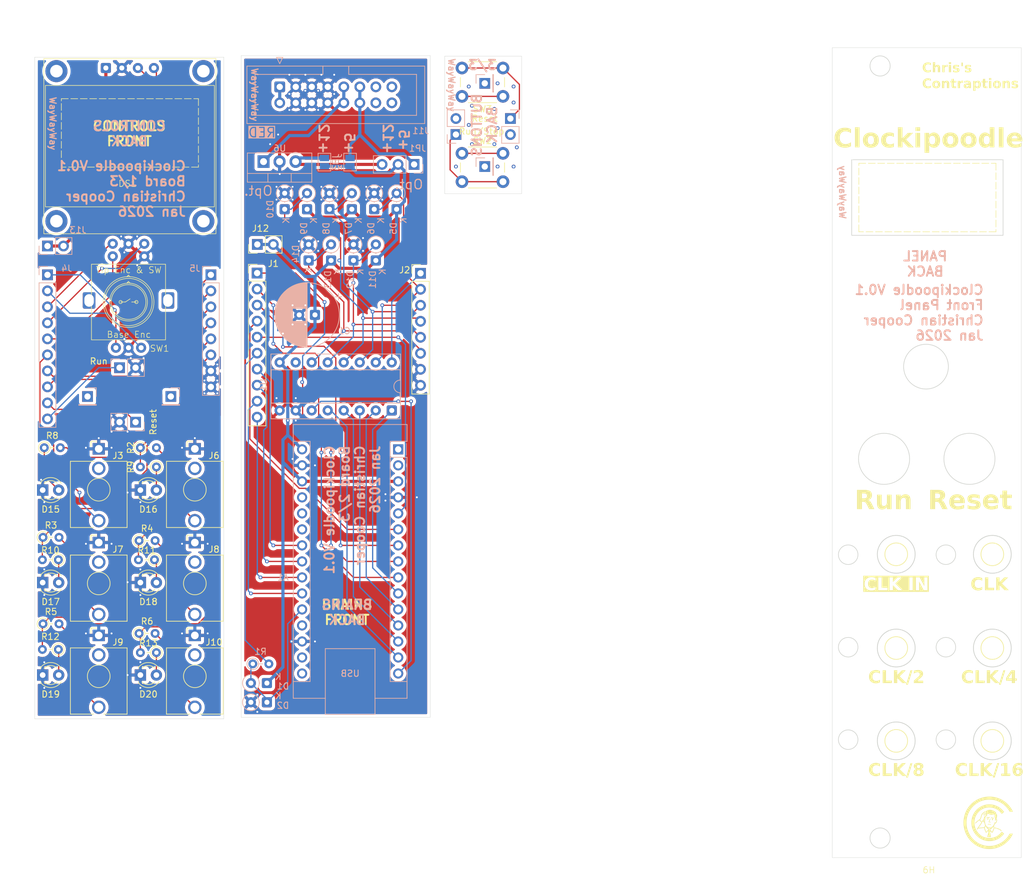
<source format=kicad_pcb>
(kicad_pcb (version 20241229) (generator "pcbnew") (generator_version "9.0")
  (layers (0 "F.Cu" signal) (2 "B.Cu" signal) (13 "F.Paste" user) (15 "B.Paste" user) (5 "F.SilkS" user "F.Silkscreen") (7 "B.SilkS" user "B.Silkscreen") (1 "F.Mask" user) (3 "B.Mask" user) (25 "Edge.Cuts" user))
  (net 0 "")
  (net 1 "+5V")
  (net 2 "Net-(A1-D8)")
  (net 3 "GND")
  (net 7 "Net-(A1-D9)")
  (net 8 "SCL")
  (net 9 "Net-(A1-D11)")
  (net 10 "Net-(A1-D12)")
  (net 11 "Button")
  (net 12 "Net-(A1-D10)")
  (net 14 "B'")
  (net 19 "Net-(A1-D7)")
  (net 21 "A'")
  (net 22 "A")
  (net 23 "B")
  (net 24 "SDA")
  (net 25 "CLK_IN")
  (net 26 "Reset")
  (net 27 "Run")
  (net 28 "Net-(A1-A1)")
  (net 29 "CLK")
  (net 30 "CLK{slash}2")
  (net 31 "CLK{slash}4")
  (net 32 "CLK{slash}8")
  (net 33 "CLK{slash}16")
  (net 34 "Net-(D15-A)")
  (net 35 "CLK_IN_LED")
  (net 36 "Net-(D16-A)")
  (net 37 "Net-(D17-A)")
  (net 38 "Net-(D18-A)")
  (net 39 "Net-(D19-A)")
  (net 40 "Net-(D20-A)")
  (net 41 "Net-(J11-Pin_6a)")
  (net 42 "+12V")
  (net 46 "-12V")
  (net 48 "Net-(JP1-B)")
  (net 49 "Net-(J6-PadT)")
  (net 50 "Net-(J7-PadT)")
  (net 51 "Net-(J8-PadT)")
  (net 52 "Net-(J9-PadT)")
  (net 53 "Net-(J10-PadT)")
  (footprint "LEDs:MountingHole_3.1mm_LED_D3.0mm_FlatTop" (layer "F.Cu") (at 161.008 149.352)
    (property "Reference" "D20X" (hide yes))
    (property "Value" "LED")
    (fp_circle (center 1.27 0) (end 2.82 0) (stroke (width 0.1)) (fill no) (layer "Edge.Cuts"))
  )
  (footprint "LED_THT:LED_D3.0mm_FlatTop" (layer "F.Cu") (at 34.544 139.099)
    (property "Reference" "D20")
    (property "Value" "LED")
  )
  (footprint "Eurorack Switches:MountingHole_6.0mm_Jack_3.5mm_QingPu_Vertical" (layer "F.Cu") (at 169.644 143.064)
    (property "Reference" "J10X" (hide yes))
    (property "Value" "CLK/16")
    (fp_circle (center 0 6.48) (end 3 6.48) (stroke (width 0.12)) (fill no) (layer "Edge.Cuts"))
  )
  (footprint "LED_THT:LED_D3.0mm_FlatTop" (layer "F.Cu") (at 19.05 109.753)
    (property "Reference" "D15")
    (property "Value" "LED")
  )
  (footprint "Rotary Encoders:RotaryEncoder_Vertical_H25mm_Dual_PushButton" (layer "F.Cu") (at 32.66 87.163)
    (property "Reference" "SW1")
    (property "Value" "RotaryEncoder_DualWithSwitch")
  )
  (footprint "LED_THT:LED_D3.0mm_FlatTop" (layer "F.Cu") (at 19.05 124.426)
    (property "Reference" "D17")
    (property "Value" "LED")
  )
  (footprint "Resistor_THT:R_Axial_DIN0204_L3.6mm_D1.6mm_P2.54mm_Vertical" (layer "F.Cu") (at 37.084 106.079 180)
    (property "Reference" "R9")
    (property "Value" "100R")
  )
  (footprint "Connector_Audio:Jack_3.5mm_QingPu_WQP-PJ398SM_Vertical_CircularHoles" (layer "F.Cu") (at 27.94 118.079)
    (property "Reference" "J7")
    (property "Value" "CLK/2")
  )
  (footprint "Resistor_THT:R_Axial_DIN0204_L3.6mm_D1.6mm_P2.54mm_Vertical" (layer "F.Cu") (at 21.54 120.811 180)
    (property "Reference" "R10")
    (property "Value" "100R")
  )
  (footprint "Resistor_THT:R_Axial_DIN0204_L3.6mm_D1.6mm_P2.54mm_Vertical" (layer "F.Cu") (at 36.78 120.811 180)
    (property "Reference" "R11")
    (property "Value" "100R")
  )
  (footprint "Connector_Audio:Jack_3.5mm_QingPu_WQP-PJ398SM_Vertical_CircularHoles" (layer "F.Cu") (at 43.18 132.811)
    (property "Reference" "J10")
    (property "Value" "CLK/16")
  )
  (footprint "Connector_Audio:Jack_3.5mm_QingPu_WQP-PJ398SM_Vertical_CircularHoles" (layer "F.Cu") (at 43.18 103.207)
    (property "Reference" "J6")
    (property "Value" "CLK")
  )
  (footprint "LED_THT:LED_D3.0mm_FlatTop" (layer "F.Cu") (at 19.05 139.099)
    (property "Reference" "D19")
    (property "Value" "LED")
  )
  (footprint "LEDs:MountingHole_3.1mm_LED_D3.0mm_FlatTop" (layer "F.Cu") (at 161.008 134.679)
    (property "Reference" "D19X" (hide yes))
    (property "Value" "LED")
    (fp_circle (center 1.27 0) (end 2.82 0) (stroke (width 0.1)) (fill no) (layer "Edge.Cuts"))
  )
  (footprint "Connector_Audio:Jack_3.5mm_QingPu_WQP-PJ398SM_Vertical_CircularHoles" (layer "F.Cu") (at 27.94 132.811)
    (property "Reference" "J9")
    (property "Value" "CLK/8")
  )
  (footprint "Connector_Audio:Jack_3.5mm_QingPu_WQP-PJ398SM_Vertical_CircularHoles" (layer "F.Cu") (at 27.94 103.207)
    (property "Reference" "J3")
    (property "Value" "Clock In")
  )
  (footprint "LEDs:MountingHole_3.1mm_LED_D3.0mm_FlatTop" (layer "F.Cu") (at 145.514 134.679)
    (property "Reference" "D16X" (hide yes))
    (property "Value" "LED")
    (fp_circle (center 1.27 0) (end 2.82 0) (stroke (width 0.1)) (fill no) (layer "Edge.Cuts"))
  )
  (footprint "Rotary Encoders:MountingHole_7.1mm_RotaryEncoder_Vertical_H25mm_Dual_PushButton" (layer "F.Cu") (at 159.124 97.416)
    (property "Reference" "SW1X" (hide yes))
    (property "Value" "RotaryEncoder_DualWithSwitch")
    (fp_circle (center 0 -7.25) (end 3.55 -7.25) (stroke (width 0.1)) (fill no) (layer "Edge.Cuts"))
  )
  (footprint "Resistor_THT:R_Axial_DIN0204_L3.6mm_D1.6mm_P2.54mm_Vertical" (layer "F.Cu") (at 19.1 130.971)
    (property "Reference" "R5")
    (property "Value" "1K")
  )
  (footprint "Connector_Audio:Jack_3.5mm_QingPu_WQP-PJ398SM_Vertical_CircularHoles" (layer "F.Cu") (at 43.18 118.079)
    (property "Reference" "J8")
    (property "Value" "CLK/4")
  )
  (footprint "Displays:SSD1306_0.96_I2C_Display" (layer "F.Cu") (at 19.23 69.079)
    (property "Reference" "DS1")
    (property "Value" "~")
  )
  (footprint "Eurorack Switches:MountingHole_6.0mm_Jack_3.5mm_QingPu_Vertical" (layer "F.Cu") (at 169.644 128.332)
    (property "Reference" "J8X" (hide yes))
    (property "Value" "CLK/4")
    (fp_circle (center 0 6.48) (end 3 6.48) (stroke (width 0.12)) (fill no) (layer "Edge.Cuts"))
  )
  (footprint "LED_THT:LED_D3.0mm_FlatTop" (layer "F.Cu") (at 34.544 109.753)
    (property "Reference" "D16")
    (property "Value" "LED")
  )
  (footprint "Eurorack Switches:MountingHole_6.0mm_Jack_3.5mm_QingPu_Vertical" (layer "F.Cu") (at 169.644 113.46)
    (property "Reference" "J6X" (hide yes))
    (property "Value" "CLK")
    (fp_circle (center 0 6.48) (end 3 6.48) (stroke (width 0.12)) (fill no) (layer "Edge.Cuts"))
  )
  (footprint "Connector_PinHeader_2.54mm:PinHeader_1x02_P2.54mm_Vertical" (layer "F.Cu") (at 53.086 70.777 90)
    (property "Reference" "J12")
    (property "Value" "Conn_01x02_Pin")
  )
  (footprint "Eurorack Panel Mounting:MountingHoles_6H_Panel" (layer "F.Cu") (at 144.344 167.958)
    (property "Reference" "6H")
    (property "Value" "MountingHoles_6H_Panel")
    (fp_circle (center 7.5 -125.5) (end 9.1 -125.5) (stroke (width 0.1)) (fill no) (layer "Edge.Cuts"))
    (fp_circle (center 7.5 -3) (end 9.1 -3) (stroke (width 0.1)) (fill no) (layer "Edge.Cuts"))
  )
  (footprint "Eurorack Switches:MountingHole_6.0mm_Jack_3.5mm_QingPu_Vertical" (layer "F.Cu") (at 154.404 143.064)
    (property "Reference" "J9X" (hide yes))
    (property "Value" "CLK/8")
    (fp_circle (center 0 6.48) (end 3 6.48) (stroke (width 0.12)) (fill no) (layer "Edge.Cuts"))
  )
  (footprint "Eurorack Switches:MountingHole_6.0mm_Jack_3.5mm_QingPu_Vertical" (layer "F.Cu") (at 154.404 113.46)
    (property "Reference" "J3X" (hide yes))
    (property "Value" "Clock In")
    (fp_circle (center 0 6.48) (end 3 6.48) (stroke (width 0.12)) (fill no) (layer "Edge.Cuts"))
  )
  (footprint "Resistor_THT:R_Axial_DIN0204_L3.6mm_D1.6mm_P2.54mm_Vertical" (layer "F.Cu") (at 34.34 132.495)
    (property "Reference" "R6")
    (property "Value" "1K")
  )
  (footprint "Resistor_THT:R_Axial_DIN0204_L3.6mm_D1.6mm_P2.54mm_Vertical" (layer "F.Cu") (at 19.304 103.031)
    (property "Reference" "R8")
    (property "Value" "100R")
  )
  (footprint "Resistor_THT:R_Axial_DIN0204_L3.6mm_D1.6mm_P2.54mm_Vertical" (layer "F.Cu") (at 21.54 135.035 180)
    (property "Reference" "R12")
    (property "Value" "100R")
  )
  (footprint "Eurorack Switches:MountingHole_6.0mm_Jack_3.5mm_QingPu_Vertical" (layer "F.Cu") (at 154.404 128.332)
    (property "Reference" "J7X" (hide yes))
    (property "Value" "CLK/2")
    (fp_circle (center 0 6.48) (end 3 6.48) (stroke (width 0.12)) (fill no) (layer "Edge.Cuts"))
  )
  (footprint "Eurorack Switches:MountingHole_8.1mm_SW_PUSH_6x6mm" (layer "F.Cu") (at 154.725 101.544 -90)
    (property "Reference" "SW2X" (hide yes))
    (property "Value" "Run/Stop")
    (fp_circle (center 3.25 2.25) (end 7.3 2.25) (stroke (width 0.1)) (fill no) (layer "Edge.Cuts"))
  )
  (footprint "Connector_PinHeader_2.54mm:PinHeader_1x08_P2.54mm_Vertical" (layer "F.Cu") (at 78.966 75.349)
    (property "Reference" "J2")
    (property "Value" "Conn_01x08_Pin")
  )
  (footprint "LED_THT:LED_D3.0mm_FlatTop" (layer "F.Cu") (at 34.544 124.426)
    (property "Reference" "D18")
    (property "Value" "LED")
  )
  (footprint "Button_Switch_THT:SW_PUSH_6mm_H4.3mm" (layer "F.Cu") (at 85.542 56.321)
    (property "Reference" "SW2")
    (property "Value" "Run/Stop")
  )
  (footprint "Logos:cc_logo" (layer "F.Cu") (at 169.164 162.56)
    (property "Reference" "LOGO***" (hide yes))
    (property "Value" "LOGO" (hide yes))
  )
  (footprint "Eurorack Switches:MountingHole_8.1mm_SW_PUSH_6x6mm" (layer "F.Cu") (at 163.763 108.044 90)
    (property "Reference" "SW3X" (hide yes))
    (property "Value" "Reset")
    (fp_circle (center 3.25 2.25) (end 7.3 2.25) (stroke (width 0.1)) (fill no) (layer "Edge.Cuts"))
  )
  (footprint "Resistor_THT:R_Axial_DIN0204_L3.6mm_D1.6mm_P2.54mm_Vertical" (layer "F.Cu") (at 34.34 117.763)
    (property "Reference" "R4")
    (property "Value" "1K")
  )
  (footprint "Resistor_THT:R_Axial_DIN0204_L3.6mm_D1.6mm_P2.54mm_Vertical" (layer "F.Cu") (at 19.1 117.255)
    (property "Reference" "R3")
    (property "Value" "1K")
  )
  (footprint "Connector_PinHeader_2.54mm:PinHeader_1x10_P2.54mm_Vertical" (layer "F.Cu") (at 53.058 75.319)
    (property "Reference" "J1")
    (property "Value" "Conn_01x10_Pin")
  )
  (footprint "Resistor_THT:R_Axial_DIN0204_L3.6mm_D1.6mm_P2.54mm_Vertical" (layer "F.Cu") (at 37.084 135.543 180)
    (property "Reference" "R13")
    (property "Value" "100R")
  )
  (footprint "Displays:MoutingHole_24x12mm_SSD1306_0.96_I2C_Display" (layer "F.Cu") (at 145.694 79.332)
    (property "Reference" "DS1X" (hide yes))
    (property "Value" "~")
    (fp_rect (start 1.65 -22) (end 25.65 -10) (stroke (width 0.1)) (fill no) (layer "Edge.Cuts"))
  )
  (footprint "LEDs:MountingHole_3.1mm_LED_D3.0mm_FlatTop" (layer "F.Cu") (at 145.514 149.352)
    (property "Reference" "D17X" (hide yes))
    (property "Value" "LED")
    (fp_circle (center 1.27 0) (end 2.82 0) (stroke (width 0.1)) (fill no) (layer "Edge.Cuts"))
  )
  (footprint "Button_Switch_THT:SW_PUSH_6mm_H4.3mm" (layer "F.Cu") (at 92.042 47.283 180)
    (property "Reference" "SW3")
    (property "Value" "Reset")
  )
  (footprint "LEDs:MountingHole_3.1mm_LED_D3.0mm_FlatTop" (layer "F.Cu") (at 145.514 120.006)
    (property "Reference" "D15X" (hide yes))
    (property "Value" "LED")
    (fp_circle (center 1.27 0) (end 2.82 0) (stroke (width 0.1)) (fill no) (layer "Edge.Cuts"))
  )
  (footprint "Resistor_THT:R_Axial_DIN0204_L3.6mm_D1.6mm_P2.54mm_Vertical" (layer "F.Cu") (at 34.544 103.031)
    (property "Reference" "R2")
    (property "Value" "1K")
  )
  (footprint "LEDs:MountingHole_3.1mm_LED_D3.0mm_FlatTop" (layer "F.Cu") (at 161.008 120.006)
    (property "Reference" "D18X" (hide yes))
    (property "Value" "LED")
    (fp_circle (center 1.27 0) (end 2.82 0) (stroke (width 0.1)) (fill no) (layer "Edge.Cuts"))
  )
  (footprint "Connector_PinHeader_2.54mm:PinHeader_1x02_P2.54mm_Vertical" (layer "B.Cu") (at 31.242 90.331 -90)
    (property "Reference" "Run")
    (property "Value" "PinHeader_1x02_P2.54mm_Vertical")
  )
  (footprint "Module:Arduino_Nano" (layer "B.Cu") (at 75.428 103.289 180)
    (property "Reference" "A1")
    (property "Value" "Arduino_Nano_v3.x")
  )
  (footprint "Diode_THT:D_DO-35_SOD27_P2.54mm_Vertical_KathodeUp" (layer "B.Cu") (at 64.526 65.189 90)
    (property "Reference" "D8")
    (property "Value" "BAT43")
  )
  (footprint "Connector_PinHeader_2.54mm:PinHeader_1x01_P2.54mm_Vertical" (layer "B.Cu") (at 39.37 94.903 180)
    (property "Reference" "REF_Stand2" (hide yes))
    (property "Value" "PinHeader_1x01_P2.54mm_Vertical")
  )
  (footprint "Diode_THT:D_DO-35_SOD27_P2.54mm_Vertical_KathodeUp" (layer "B.Cu") (at 75.176 65.189 90)
    (property "Reference" "D5")
    (property "Value" "BAT43")
  )
  (footprint "Package_DIP:DIP-16_W7.62mm_Socket" (layer "B.Cu") (at 74.408 97.115 90)
    (property "Reference" "U1")
    (property "Value" "ULN2003")
  )
  (footprint "Connector_PinSocket_2.54mm:PinSocket_1x10_P2.54mm_Vertical" (layer "B.Cu") (at 19.812 75.599 180)
    (property "Reference" "J4")
    (property "Value" "Conn_01x10_Socket")
  )
  (footprint "Connector_PinSocket_2.54mm:PinSocket_1x02_P2.54mm_Vertical" (layer "B.Cu") (at 19.812 71.027 -90)
    (property "Reference" "J13")
    (property "Value" "Conn_01x02_Socket")
  )
  (footprint "Jumper:SolderJumper-2_P1.3mm_Open_Pad1.0x1.5mm" (layer "B.Cu") (at 67.79 57.711 -90)
    (property "Reference" "JP2")
    (property "Value" "5V Source")
  )
  (footprint "Diode_THT:D_DO-35_SOD27_P2.54mm_Vertical_KathodeUp" (layer "B.Cu") (at 57.426 65.189 90)
    (property "Reference" "D10")
    (property "Value" "BAT43")
  )
  (footprint "Diode_THT:D_DO-35_SOD27_P2.54mm_Vertical_KathodeUp" (layer "B.Cu") (at 54.61 143.421 180)
    (property "Reference" "D2")
    (property "Value" "BAT43")
  )
  (footprint "Eurorack Switches:IDC-Header_2x08_P2.54mm_Vertical_Eurorack" (layer "B.Cu") (at 56.642 45.771995 -90)
    (property "Reference" "J11")
    (property "Value" "Conn_02x08_Row_Letter_Last")
  )
  (footprint "Diode_THT:D_DO-35_SOD27_P2.54mm_Vertical_KathodeUp" (layer "B.Cu") (at 64.782 73.317 90)
    (property "Reference" "D13")
    (property "Value" "BAT43")
  )
  (footprint "Resistor_THT:R_Axial_DIN0204_L3.6mm_D1.6mm_P2.54mm_Vertical" (layer "B.Cu") (at 52.374 137.325)
    (property "Reference" "R1")
    (property "Value" "470R")
  )
  (footprint "Diode_THT:D_DO-35_SOD27_P2.54mm_Vertical_KathodeUp" (layer "B.Cu") (at 68.332 73.317 90)
    (property "Reference" "D12")
    (property "Value" "BAT43")
  )
  (footprint "Diode_THT:D_DO-35_SOD27_P2.54mm_Vertical_KathodeUp" (layer "B.Cu") (at 71.882 73.317 90)
    (property "Reference" "D11")
    (property "Value" "BAT43")
  )
  (footprint "Connector_PinHeader_2.54mm:PinHeader_1x02_P2.54mm_Vertical" (layer "B.Cu") (at 84.582 53.34)
    (property "Reference" "REF_Run" (hide yes))
    (property "Value" "PinHeader_1x02_P2.54mm_Vertical")
  )
  (footprint "Package_TO_SOT_THT:TO-220-3_Vertical" (layer "B.Cu") (at 54.074 57.635)
    (property "Reference" "U6")
    (property "Value" "L7805")
  )
  (footprint "Connector_PinHeader_2.54mm:PinHeader_1x01_P2.54mm_Vertical" (layer "B.Cu") (at 89.154 45.212 -90)
    (property "Reference" "REF_Stand2A" (hide yes))
    (property "Value" "PinHeader_1x01_P2.54mm_Vertical")
  )
  (footprint "Diode_THT:D_DO-35_SOD27_P2.54mm_Vertical_KathodeUp" (layer "B.Cu") (at 54.61 140.373 180)
    (property "Reference" "D1")
    (property "Value" "BAT43")
  )
  (footprint "Diode_THT:D_DO-35_SOD27_P2.54mm_Vertical_KathodeUp" (layer "B.Cu") (at 68.076 65.189 90)
    (property "Reference" "D7")
    (property "Value" "BAT43")
  )
  (footprint "Diode_THT:D_DO-35_SOD27_P2.54mm_Vertical_KathodeUp" (layer "B.Cu") (at 71.626 65.189 90)
    (property "Reference" "D6")
    (property "Value" "BAT43")
  )
  (footprint "Connector_PinHeader_2.54mm:PinHeader_1x03_P2.54mm_Vertical" (layer "B.Cu") (at 77.95 58.077 90)
    (property "Reference" "JP1")
    (property "Value" "5v/12v power source")
  )
  (footprint "Connector_PinSocket_2.54mm:PinSocket_1x08_P2.54mm_Vertical" (layer "B.Cu") (at 45.72 75.599 180)
    (property "Reference" "J5")
    (property "Value" "Conn_01x08_Pin")
  )
  (footprint "Connector_PinHeader_2.54mm:PinHeader_1x01_P2.54mm_Vertical" (layer "B.Cu") (at 89.154 58.42 -90)
    (property "Reference" "REF_Stand1A" (hide yes))
    (property "Value" "PinHeader_1x01_P2.54mm_Vertical")
  )
  (footprint "Connector_PinHeader_2.54mm:PinHeader_1x01_P2.54mm_Vertical" (layer "B.Cu") (at 26.162 94.903 180)
    (property "Reference" "REF_Stand1" (hide yes))
    (property "Value" "PinHeader_1x01_P2.54mm_Vertical")
  )
  (footprint "Diode_THT:D_DO-35_SOD27_P2.54mm_Vertical_KathodeUp" (layer "B.Cu") (at 60.976 65.189 90)
    (property "Reference" "D9")
    (property "Value" "BAT43")
  )
  (footprint "Diode_THT:D_DO-35_SOD27_P2.54mm_Vertical_KathodeUp" (layer "B.Cu") (at 61.22 73.317 90)
    (property "Reference" "D14")
    (property "Value" "BAT43")
  )
  (footprint "Connector_PinHeader_2.54mm:PinHeader_1x02_P2.54mm_Vertical" (layer "B.Cu") (at 33.782 98.967 90)
    (property "Reference" "Reset")
    (property "Value" "PinHeader_1x02_P2.54mm_Vertical")
  )
  (footprint "Connector_PinHeader_2.54mm:PinHeader_1x02_P2.54mm_Vertical" (layer "B.Cu") (at 93.218 50.8 180)
    (property "Reference" "REF_Reset" (hide yes))
    (property "Value" "PinHeader_1x02_P2.54mm_Vertical")
  )
  (footprint "Capacitor_THT:CP_Radial_D10.0mm_P2.50mm" (layer "B.Cu") (at 62.23 81.953 180)
    (property "Reference" "C1")
    (property "Value" "0.1u")
  )
  (footprint "Jumper:SolderJumper-2_P1.3mm_Open_Pad1.0x1.5mm" (layer "B.Cu") (at 63.726 57.711 90)
    (property "Reference" "JP3")
    (property "Value" "12V Source")
  )
  (gr_rect (start 82.804 40.894) (end 94.996 62.738) (stroke (width 0.05)) (fill no) (layer "Edge.Cuts"))
  (gr_rect (start 50.518 40.805) (end 80.518 145.805) (stroke (width 0.05)) (fill no) (layer "Edge.Cuts"))
  (gr_rect (start 17.78 41.055) (end 47.78 146.055) (stroke (width 0.05)) (fill no) (layer "Edge.Cuts"))
  (gr_rect (start 144.244 39.558) (end 174.244 168.058) (stroke (width 0.05)) (fill no) (layer "Edge.Cuts"))
  (gr_text "CLK/2" (at 154.432 140.716 0) (layer "F.SilkS") (effects (font (size 2 2) (thickness 0.3) (bold yes)) (justify bottom)))
  (gr_text "Reset" (at 166.116 113.284 0) (layer "F.SilkS") (effects (font (size 3 3) (thickness 0.3) (bold yes)) (justify bottom)))
  (gr_text "Clockipoodle" (at 159.512 55.88 0) (layer "F.SilkS") (effects (font (size 3 3) (thickness 0.3) (bold yes)) (justify bottom)))
  (gr_text "CLK/4" (at 169.164 140.716 0) (layer "F.SilkS") (effects (font (size 2 2) (thickness 0.3) (bold yes)) (justify bottom)))
  (gr_text "CLK/16" (at 169.164 155.448 0) (layer "F.SilkS") (effects (font (size 2 2) (thickness 0.3) (bold yes)) (justify bottom)))
  (gr_text "CLK IN" (at 154.432 125.984 0) (layer "F.SilkS" knockout) (effects (font (size 2 2) (thickness 0.3) (bold yes)) (justify bottom)))
  (gr_text "BRAINS\nFRONT" (at 67.31 131.229 0) (layer "F.SilkS") (effects (font (size 1.5 1.5) (thickness 0.3) (bold yes)) (justify bottom)))
  (gr_text "Chris's\nContraptions" (at 158.496 46.228 0) (layer "F.SilkS") (effects (font (size 1.5 1.5) (thickness 0.3) (bold yes)) (justify left bottom)))
  (gr_text "Run" (at 152.4 113.284 0) (layer "F.SilkS") (effects (font (size 3 3) (thickness 0.3) (bold yes)) (justify bottom)))
  (gr_text "CONTROLS\nFRONT" (at 32.78 55.279 -0) (layer "F.SilkS") (effects (font (size 1.5 1.5) (thickness 0.3) (bold yes)) (justify bottom)))
  (gr_text "CLK/8" (at 154.432 155.448 0) (layer "F.SilkS") (effects (font (size 2 2) (thickness 0.3) (bold yes)) (justify bottom)))
  (gr_text "CLK" (at 169.164 125.984 0) (layer "F.SilkS") (effects (font (size 2 2) (thickness 0.3) (bold yes)) (justify bottom)))
  (gr_text "RED" (at 56.134 53.899995 0) (layer "B.SilkS" knockout) (effects (font (size 1.5 1.5) (thickness 0.1875)) (justify left bottom mirror)))
  (gr_text "Clockipoodle V0.1\nBoard 1/3\nChristian Cooper\nJan 2026" (at 41.91 66.455 0) (layer "B.SilkS") (effects (font (size 1.5 1.5) (thickness 0.3) (bold yes)) (justify left bottom mirror)))
  (gr_text "WayWayWay" (at 145.288 62.484 270) (layer "B.SilkS") (effects (font (size 1 1) (thickness 0.2) (bold yes)) (justify bottom mirror)))
  (gr_text "WayWayWay" (at 83.312 41.148 270) (layer "B.SilkS") (effects (font (size 1 1) (thickness 0.2) (bold yes)) (justify left bottom)))
  (gr_text "PANEL\nBACK" (at 159.004 75.946 -0) (layer "B.SilkS") (effects (font (size 1.5 1.5) (thickness 0.3) (bold yes)) (justify bottom mirror)))
  (gr_text "WayWayWay" (at 20.066 47.244 270) (layer "B.SilkS") (effects (font (size 1 1) (thickness 0.2) (bold yes)) (justify left bottom)))
  (gr_text "+12" (at 62.738 56.553 -90) (layer "B.SilkS") (effects (font (size 1.5 1.5) (thickness 0.3) (bold yes)) (justify left bottom mirror)))
  (gr_text "BRAINS\nBACK" (at 67.31 131.229 0) (layer "B.SilkS") (effects (font (size 1.5 1.5) (thickness 0.3) (bold yes)) (justify bottom mirror)))
  (gr_text "3/3" (at 91.186 43.18 0) (layer "B.SilkS") (effects (font (size 1.5 1.5) (thickness 0.3) (bold yes)) (justify left bottom mirror)))
  (gr_text "+12" (at 72.898 56.553 -90) (layer "B.SilkS") (effects (font (size 1.5 1.5) (thickness 0.3) (bold yes)) (justify left bottom mirror)))
  (gr_text "+5" (at 75.438 56.045 -90) (layer "B.SilkS") (effects (font (size 1.5 1.5) (thickness 0.3) (bold yes)) (justify left bottom mirror)))
  (gr_text "WayWayWay" (at 52.07 42.672 270) (layer "B.SilkS") (effects (font (size 1 1) (thickness 0.2) (bold yes)) (justify left bottom)))
  (gr_text "+5" (at 66.802 56.553 -90) (layer "B.SilkS") (effects (font (size 1.5 1.5) (thickness 0.3) (bold yes)) (justify left bottom mirror)))
  (gr_text "Opt." (at 55.626 63.157 0) (layer "B.SilkS") (effects (font (size 1.5 1.5) (thickness 0.1875)) (justify left bottom mirror)))
  (gr_text "CONTROLS\nBACK" (at 32.78 55.279 0) (layer "B.SilkS") (effects (font (size 1.5 1.5) (thickness 0.3) (bold yes)) (justify bottom mirror)))
  (gr_text "Clockipoodle V0.1\nFront Panel\nChristian Cooper\nJan 2026" (at 168.402 86.106 0) (layer "B.SilkS") (effects (font (size 1.5 1.5) (thickness 0.3) (bold yes)) (justify left bottom mirror)))
  (gr_text "BUTTONS\nBACK" (at 91.186 51.816 90) (layer "B.SilkS") (effects (font (size 1.5 1.5) (thickness 0.3) (bold yes)) (justify bottom mirror)))
  (gr_text "Clockipoodle V0.1\nBoard 2/3\nChristian Cooper\nJan 2026" (at 72.644 102.527 90) (layer "B.SilkS") (effects (font (size 1.5 1.5) (thickness 0.3) (bold yes)) (justify left bottom mirror)))
  (gr_text "Opt." (at 79.502 62.141 0) (layer "B.SilkS") (effects (font (size 1.5 1.5) (thickness 0.1875)) (justify left bottom mirror)))
  (segment (start 66.033 74.568) (end 64.782 73.317) (width 0.5) (layer "F.Cu") (net 1))
  (segment (start 66.825 66.44) (end 62.227 66.44) (width 0.5) (layer "F.Cu") (net 1))
  (segment (start 29.07 64.309) (end 29.07 42.779) (width 0.5) (layer "F.Cu") (net 1))
  (segment (start 73.925 66.44) (end 69.327 66.44) (width 0.5) (layer "F.Cu") (net 1))
  (segment (start 69.327 66.44) (end 68.076 65.189) (width 0.5) (layer "F.Cu") (net 1))
  (segment (start 62.227 66.44) (end 60.976 65.189) (width 0.5) (layer "F.Cu") (net 1))
  (segment (start 68.076 65.189) (end 66.825 66.44) (width 0.5) (layer "F.Cu") (net 1))
  (segment (start 19.812 71.027) (end 22.352 71.027) (width 0.5) (layer "F.Cu") (net 1))
  (segment (start 60.188 108.369) (end 75.428 108.369) (width 0.5) (layer "F.Cu") (net 1))
  (segment (start 71.882 73.317) (end 70.631 74.568) (width 0.5) (layer "F.Cu") (net 1))
  (segment (start 75.176 65.189) (end 73.925 66.44) (width 0.5) (layer "F.Cu") (net 1))
  (segment (start 70.631 74.568) (end 66.033 74.568) (width 0.5) (layer "F.Cu") (net 1))
  (segment (start 22.352 71.027) (end 29.07 64.309) (width 0.5) (layer "F.Cu") (net 1))
  (via (at 57.916088 98.717) (size 0.6) (drill 0.3) (layers "F.Cu" "B.Cu") (net 1))
  (segment (start 75.41 58.077) (end 74.109 59.378) (width 0.5) (layer "B.Cu") (net 1))
  (segment (start 57.916088 101.017088) (end 57.916088 98.717) (width 0.5) (layer "B.Cu") (net 1))
  (segment (start 57.897912 101.017088) (end 57.15 101.765) (width 0.5) (layer "B.Cu") (net 1))
  (segment (start 76.427 63.938) (end 75.176 65.189) (width 0.5) (layer "B.Cu") (net 1))
  (segment (start 75.176 70.023) (end 75.176 65.189) (width 0.5) (layer "B.Cu") (net 1))
  (segment (start 57.15 101.765) (end 57.15 105.321) (width 0.5) (layer "B.Cu") (net 1))
  (segment (start 54.61 140.373) (end 57.15 137.833) (width 0.5) (layer "B.Cu") (net 1))
  (segment (start 68.807 59.378) (end 67.79 58.361) (width 0.5) (layer "B.Cu") (net 1))
  (segment (start 74.109 59.378) (end 68.807 59.378) (width 0.5) (layer "B.Cu") (net 1))
  (segment (start 57.648 105.819) (end 57.15 105.321) (width 0.5) (layer "B.Cu") (net 1))
  (segment (start 57.916088 101.017088) (end 57.897912 101.017088) (width 0.5) (layer "B.Cu") (net 1))
  (segment (start 62.23 83.893) (end 56.628 89.495) (width 0.5) (layer "B.Cu") (net 1))
  (segment (start 56.628 89.495) (end 56.642 89.481) (width 0.5) (layer "B.Cu") (net 1))
  (segment (start 57.658 105.819) (end 57.658 105.839) (width 0.5) (layer "B.Cu") (net 1))
  (segment (start 57.916088 90.783088) (end 57.916088 98.717) (width 0.5) (layer "B.Cu") (net 1))
  (segment (start 57.658 105.819) (end 57.648 105.819) (width 0.5) (layer "B.Cu") (net 1))
  (segment (start 76.427 59.094) (end 76.427 63.938) (width 0.5) (layer "B.Cu") (net 1))
  (segment (start 62.23 81.953) (end 62.23 83.893) (width 0.5) (layer "B.Cu") (net 1))
  (segment (start 53.086 70.777) (end 55.626 70.777) (width 0.5) (layer "B.Cu") (net 1))
  (segment (start 75.41 58.077) (end 76.427 59.094) (width 0.5) (layer "B.Cu") (net 1))
  (segment (start 71.882 73.317) (end 75.176 70.023) (width 0.5) (layer "B.Cu") (net 1))
  (segment (start 57.15 105.321) (end 57.15 106.347) (width 0.5) (layer "B.Cu") (net 1))
  (segment (start 60.706 75.857) (end 62.218 75.857) (width 0.5) (layer "B.Cu") (net 1))
  (segment (start 57.658 105.839) (end 60.188 108.369) (width 0.5) (layer "B.Cu") (net 1))
  (segment (start 62.23 81.953) (end 62.23 75.869) (width 0.5) (layer "B.Cu") (net 1))
  (segment (start 56.628 89.495) (end 57.916088 90.783088) (width 0.5) (layer "B.Cu") (net 1))
  (segment (start 55.626 70.777) (end 60.706 75.857) (width 0.5) (layer "B.Cu") (net 1))
  (segment (start 62.218 75.857) (end 62.23 75.869) (width 0.5) (layer "B.Cu") (net 1))
  (segment (start 67.79 58.361) (end 63.726 58.361) (width 0.5) (layer "B.Cu") (net 1))
  (segment (start 62.23 75.869) (end 64.782 73.317) (width 0.5) (layer "B.Cu") (net 1))
  (segment (start 57.15 137.833) (end 57.15 106.347) (width 0.5) (layer "B.Cu") (net 1))
  (segment (start 60.188 103.289) (end 57.916088 101.017088) (width 0.5) (layer "B.Cu") (net 1))
  (segment (start 71.868 97.115) (end 70.358 98.625) (width 0.2) (layer "B.Cu") (net 2))
  (segment (start 70.358 123.619) (end 75.428 128.689) (width 0.2) (layer "B.Cu") (net 2))
  (segment (start 70.358 98.625) (end 70.358 123.619) (width 0.2) (layer "B.Cu") (net 2))
  (segment (start 92.042 56.321) (end 85.542 56.321) (width 0.2) (layer "F.Cu") (net 3))
  (segment (start 92.042 47.283) (end 85.542 47.283) (width 0.2) (layer "F.Cu") (net 3))
  (via (at 34.544 126.399) (size 0.6) (drill 0.3) (layers "F.Cu" "B.Cu") (net 3))
  (via (at 43.18 101.507) (size 0.6) (drill 0.3) (layers "F.Cu" "B.Cu") (net 3))
  (via (at 65.786 61.633) (size 0.6) (drill 0.3) (layers "F.Cu" "B.Cu") (net 3))
  (via (at 34.544 111.667) (size 0.6) (drill 0.3) (layers "F.Cu" "B.Cu") (net 3))
  (via (at 45.212 118.271) (size 0.6) (drill 0.3) (layers "F.Cu" "B.Cu") (net 3))
  (via (at 44.704 92.363) (size 0.6) (drill 0.3) (layers "F.Cu" "B.Cu") (net 3))
  (via (at 46.736 89.823) (size 0.6) (drill 0.3) (layers "F.Cu" "B.Cu") (net 3))
  (via (at 63.246 43.853) (size 0.6) (drill 0.3) (layers "F.Cu" "B.Cu") (net 3))
  (via (at 32.512 100.491) (size 0.6) (drill 0.3) (layers "F.Cu" "B.Cu") (net 3))
  (via (at 29.972 132.495) (size 0.6) (drill 0.3) (layers "F.Cu" "B.Cu") (net 3))
  (via (at 63.246 63.665) (size 0.6) (drill 0.3) (layers "F.Cu" "B.Cu") (net 3))
  (via (at 73.406 110.401) (size 0.6) (drill 0.3) (layers "F.Cu" "B.Cu") (net 3))
  (via (at 56.134 63.665) (size 0.6) (drill 0.3) (layers "F.Cu" "B.Cu") (net 3))
  (via (at 34.036 69.503) (size 0.6) (drill 0.3) (layers "F.Cu" "B.Cu") (net 3))
  (via (at 29.972 103.031) (size 0.6) (drill 0.3) (layers "F.Cu" "B.Cu") (net 3))
  (via (at 25.908 118.271) (size 0.6) (drill 0.3) (layers "F.Cu" "B.Cu") (net 3))
  (via (at 19.304 141.131) (size 0.6) (drill 0.3) (layers "F.Cu" "B.Cu") (net 3))
  (via (at 93.726 48.26) (size 0.6) (drill 0.3) (layers "F.Cu" "B.Cu") (net 3))
  (via (at 56.642 59.601) (size 0.6) (drill 0.3) (layers "F.Cu" "B.Cu") (net 3))
  (via (at 35.052 88.807) (size 0.6) (drill 0.3) (layers "F.Cu" "B.Cu") (net 3))
  (via (at 56.134 95.161) (size 0.6) (drill 0.3) (layers "F.Cu" "B.Cu") (net 3))
  (via (at 58.674 83.477) (size 0.6) (drill 0.3) (layers "F.Cu" "B.Cu") (net 3))
  (via (at 72.898 61.633) (size 0.6) (drill 0.3) (layers "F.Cu" "B.Cu") (net 3))
  (via (at 73.406 111.417) (size 0.6) (drill 0.3) (layers "F.Cu" "B.Cu") (net 3))
  (via (at 32.512 124.367) (size 0.6) (drill 0.3) (layers "F.Cu" "B.Cu") (net 3))
  (via (at 56.388 53.34) (size 0.6) (drill 0.3) (layers "F.Cu" "B.Cu") (net 3))
  (via (at 53.086 142.24) (size 0.6) (drill 0.3) (layers "F.Cu" "B.Cu") (net 3))
  (via (at 91.186 52.324) (size 0.6) (drill 0.3) (layers "F.Cu" "B.Cu") (net 3))
  (via (at 56.134 61.633) (size 0.6) (drill 0.3) (layers "F.Cu" "B.Cu") (net 3))
  (via (at 58.166 43.853) (size 0.6) (drill 0.3) (layers "F.Cu" "B.Cu") (net 3))
  (via (at 59.182 95.161) (size 0.6) (drill 0.3) (layers "F.Cu" "B.Cu") (net 3))
  (via (at 29.972 100.491) (size 0.6) (drill 0.3) (layers "F.Cu" "B.Cu") (net 3))
  (via (at 18.796 108.111) (size 0.6) (drill 0.3) (layers "F.Cu" "B.Cu") (net 3))
  (via (at 46.736 92.363) (size 0.6) (drill 0.3) (layers "F.Cu" "B.Cu") (net 3))
  (via (at 93.726 45.72) (size 0.6) (drill 0.3) (layers "F.Cu" "B.Cu") (net 3))
  (via (at 32.512 139.099) (size 0.6) (drill 0.3) (layers "F.Cu" "B.Cu") (net 3))
  (via (at 70.358 61.633) (size 0.6) (drill 0.3) (layers "F.Cu" "B.Cu") (net 3))
  (via (at 69.85 71.793) (size 0.6) (drill 0.3) (layers "F.Cu" "B.Cu") (net 3))
  (via (at 34.544 137.067) (size 0.6) (drill 0.3) (layers "F.Cu" "B.Cu") (net 3))
  (via (at 41.148 118.271) (size 0.6) (drill 0.3) (layers "F.Cu" "B.Cu") (net 3))
  (via (at 32.004 85.759) (size 0.6) (drill 0.3) (layers "F.Cu" "B.Cu") (net 3))
  (via (at 60.706 83.477) (size 0.6) (drill 0.3) (layers "F.Cu" "B.Cu") (net 3))
  (via (at 31.496 69.503) (size 0.6) (drill 0.3) (layers "F.Cu" "B.Cu") (net 3))
  (via (at 32.004 72.043) (size 0.6) (drill 0.3) (layers "F.Cu" "B.Cu") (net 3))
  (via (at 62.738 71.793) (size 0.6) (drill 0.3) (layers "F.Cu" "B.Cu") (net 3))
  (via (at 41.148 132.495) (size 0.6) (drill 0.3) (layers "F.Cu" "B.Cu") (net 3))
  (via (at 70.358 63.665) (size 0.6) (drill 0.3) (layers "F.Cu" "B.Cu") (net 3))
  (via (at 62.23 133.769) (size 0.6) (drill 0.3) (layers "F.Cu" "B.Cu") (net 3))
  (via (at 90.678 49.276) (size 0.6) (drill 0.3) (layers "F.Cu" "B.Cu") (net 3))
  (via (at 32.512 110.143) (size 0.6) (drill 0.3) (layers "F.Cu" "B.Cu") (net 3))
  (via (at 60.706 43.853) (size 0.6) (drill 0.3) (layers "F.Cu" "B.Cu") (net 3))
  (via (at 58.674 104.813) (size 0.6) (drill 0.3) (layers "F.Cu" "B.Cu") (net 3))
  (via (at 87.122 48.768) (size 0.6) (drill 0.3) (layers "F.Cu" "B.Cu") (net 3))
  (via (at 59.69 70.269) (size 0.6) (drill 0.3) (layers "F.Cu" "B.Cu") (net 3))
  (via (at 91.186 45.212) (size 0.6) (drill 0.3) (layers "F.Cu" "B.Cu") (net 3))
  (via (at 87.122 54.864) (size 0.6) (drill 0.3) (layers "F.Cu" "B.Cu") (net 3))
  (via (at 33.02 88.807) (size 0.6) (drill 0.3) (layers "F.Cu" "B.Cu") (net 3))
  (via (at 93.726 58.42) (size 0.6) (drill 0.3) (layers "F.Cu" "B.Cu") (net 3))
  (via (at 19.304 137.067) (size 0.6) (drill 0.3) (layers "F.Cu" "B.Cu") (net 3))
  (via (at 25.908 132.495) (size 0.6) (drill 0.3) (layers "F.Cu" "B.Cu") (net 3))
  (via (at 65.278 43.853) (size 0.6) (drill 0.3) (layers "F.Cu" "B.Cu") (net 3))
  (via (at 65.278 46.901) (size 0.6) (drill 0.3) (layers "F.Cu" "B.Cu") (net 3))
  (via (at 34.036 74.075) (size 0.6) (drill 0.3) (layers "F.Cu" "B.Cu") (net 3))
  (via (at 60.706 46.393) (size 0.6) (drill 0.3) (layers "F.Cu" "B.Cu") (net 3))
  (via (at 58.512 133.769) (size 0.6) (drill 0.3) (layers "F.Cu" "B.Cu") (net 3))
  (via (at 55.118 54.864) (size 0.6) (drill 0.3) (layers "F.Cu" "B.Cu") (net 3))
  (via (at 29.972 118.271) (size 0.6) (drill 0.3) (layers "F.Cu" "B.Cu") (net 3))
  (via (at 59.69 71.793) (size 0.6) (drill 0.3) (layers "F.Cu" "B.Cu") (net 3))
  (via (at 53.086 144.945) (size 0.6) (drill 0.3) (layers "F.Cu" "B.Cu") (net 3))
  (via (at 46.736 94.395) (size 0.6) (drill 0.3) (layers "F.Cu" "B.Cu") (net 3))
  (via (at 58.674 61.633) (size 0.6) (drill 0.3) (layers "F.Cu" "B.Cu") (net 3))
  (via (at 19.304 126.399) (size 0.6) (drill 0.3) (layers "F.Cu" "B.Cu") (net 3))
  (via (at 59.182 98.717) (size 0.6) (drill 0.3) (layers "F.Cu" "B.Cu") (net 3))
  (via (at 34.544 122.335) (size 0.6) (drill 0.3) (layers "F.Cu" "B.Cu") (net 3))
  (via (at 62.738 46.393) (size 0.6) (drill 0.3) (layers "F.Cu" "B.Cu") (net 3))
  (via (at 63.246 61.633) (size 0.6) (drill 0.3) (layers "F.Cu" "B.Cu") (net 3))
  (via (at 58.166 46.901) (size 0.6) (drill 0.3) (layers "F.Cu" "B.Cu") (net 3))
  (via (at 84.582 58.42) (size 0.6) (drill 0.3) (layers "F.Cu" "B.Cu") (net 3))
  (via (at 78.3844 110.8964) (size 0.6) (drill 0.3) (layers "F.Cu" "B.Cu") (net 3))
  (via (at 27.94 101.507) (size 0.6) (drill 0.3) (layers "F.Cu" "B.Cu") (net 3))
  (via (at 86.614 51.816) (size 0.6) (drill 0.3) (layers "F.Cu" "B.Cu") (net 3))
  (via (at 25.908 103.031) (size 0.6) (drill 0.3) (layers "F.Cu" "B.Cu") (net 3))
  (via (at 41.148 103.031) (size 0.6) (drill 0.3) (layers "F.Cu" "B.Cu") (net 3))
  (via (at 69.85 69.761) (size 0.6) (drill 0.3) (layers "F.Cu" "B.Cu") (net 3))
  (via (at 58.674 80.429) (size 0.6) (drill 0.3) (layers "F.Cu" "B.Cu") (net 3))
  (via (at 19.304 122.335) (size 0.6) (drill 0.3) (layers "F.Cu" "B.Cu") (net 3))
  (via (at 62.738 49.441) (size 0.6) (drill 0.3) (layers "F.Cu" "B.Cu") (net 3))
  (via (at 45.212 132.495) (size 0.6) (drill 0.3) (layers "F.Cu" "B.Cu") (net 3))
  (via (at 34.544 141.131) (size 0.6) (drill 0.3) (layers "F.Cu" "B.Cu") (net 3))
  (via (at 86.614 45.72) (size 0.6) (drill 0.3) (layers "F.Cu" "B.Cu") (net 3))
  (via (at 60.706 80.429) (size 0.6) (drill 0.3) (layers "F.Cu" "B.Cu") (net 3))
  (via (at 91.186 58.42) (size 0.6) (drill 0.3) (layers "F.Cu" "B.Cu") (net 3))
  (via (at 94.234 55.372) (size 0.6) (drill 0.3) (layers "F.Cu" "B.Cu") (net 3))
  (via (at 90.678 54.864) (size 0.6) (drill 0.3) (layers "F.Cu" "B.Cu") (net 3))
  (via (at 60.706 49.441) (size 0.6) (drill 0.3) (layers "F.Cu" "B.Cu") (net 3))
  (via (at 62.738 70.269) (size 0.6) (drill 0.3) (layers "F.Cu" "B.Cu") (net 3))
  (via (at 19.304 111.667) (size 0.6) (drill 0.3) (layers "F.Cu" "B.Cu") (net 3))
  (via (at 58.166 49.441) (size 0.6) (drill 0.3) (layers "F.Cu" "B.Cu") (net 3))
  (via (at 58.674 63.665) (size 0.6) (drill 0.3) (layers "F.Cu" "B.Cu") (net 3))
  (via (at 62.23 105.829) (size 0.6) (drill 0.3) (layers "F.Cu" "B.Cu") (net 3))
  (via (at 72.898 63.665) (size 0.6) (drill 0.3) (layers "F.Cu" "B.Cu") (net 3))
  (via (at 44.704 94.395) (size 0.6) (drill 0.3) (layers "F.Cu" "B.Cu") (net 3))
  (via (at 29.972 97.951) (size 0.6) (drill 0.3) (layers "F.Cu" "B.Cu") (net 3))
  (via (at 65.786 63.665) (size 0.6) (drill 0.3) (layers "F.Cu" "B.Cu") (net 3))
  (segment (start 69.342 125.133) (end 72.898 128.689) (width 0.2) (layer "B.Cu") (net 7))
  (segment (start 72.898 128.689) (end 72.898 128.699) (width 0.2) (layer "B.Cu") (net 7))
  (segment (start 69.328 97.115) (end 69.342 97.129) (width 0.2) (layer "B.Cu") (net 7))
  (segment (start 72.898 128.699) (end 75.428 131.229) (width 0.2) (layer "B.Cu") (net 7))
  (segment (start 69.342 97.129) (end 69.342 125.133) (width 0.2) (layer "B.Cu") (net 7))
  (segment (start 20.32 90.331) (end 19.812 90.839) (width 0.2) (layer "F.Cu") (net 8))
  (segment (start 35.726 91.689) (end 36.576 90.839) (width 0.2) (layer "F.Cu") (net 8))
  (segment (start 20.662 91.689) (end 35.726 91.689) (width 0.2) (layer "F.Cu") (net 8))
  (segment (start 60.188 118.529) (end 55.626 118.529) (width 0.2) (layer "F.Cu") (net 8))
  (segment (start 36.576 45.119) (end 36.576 90.839) (width 0.2) (layer "F.Cu") (net 8))
  (segment (start 19.812 90.839) (end 20.662 91.689) (width 0.2) (layer "F.Cu") (net 8))
  (segment (start 34.236 42.779) (end 36.576 45.119) (width 0.2) (layer "F.Cu") (net 8))
  (segment (start 34.15 42.779) (end 34.236 42.779) (width 0.2) (layer "F.Cu") (net 8))
  (via (at 55.626 118.529) (size 0.6) (drill 0.3) (layers "F.Cu" "B.Cu") (net 8))
  (segment (start 55.118 118.021) (end 55.118 92.619) (width 0.2) (layer "B.Cu") (net 8))
  (segment (start 55.626 118.529) (end 55.118 118.021) (width 0.2) (layer "B.Cu") (net 8))
  (segment (start 55.118 92.619) (end 53.058 90.559) (width 0.2) (layer "B.Cu") (net 8))
  (segment (start 67.31 128.191) (end 75.428 136.309) (width 0.2) (layer "B.Cu") (net 9))
  (segment (start 67.31 99.701) (end 67.31 128.191) (width 0.2) (layer "B.Cu") (net 9))
  (segment (start 64.248 97.115) (end 64.724 97.115) (width 0.2) (layer "B.Cu") (net 9))
  (segment (start 64.724 97.115) (end 67.31 99.701) (width 0.2) (layer "B.Cu") (net 9))
  (segment (start 77.47 95.669) (end 75.438 95.669) (width 0.2) (layer "F.Cu") (net 10))
  (via (at 77.47 95.669) (size 0.6) (drill 0.3) (layers "F.Cu" "B.Cu") (net 10))
  (via (at 75.438 95.669) (size 0.6) (drill 0.3) (layers "F.Cu" "B.Cu") (net 10))
  (segment (start 63.154 95.669) (end 61.708 97.115) (width 0.2) (layer "B.Cu") (net 10))
  (segment (start 61.708 97.115) (end 62.184 97.115) (width 0.2) (layer "B.Cu") (net 10))
  (segment (start 75.428 138.849) (end 77.47 136.807) (width 0.2) (layer "B.Cu") (net 10))
  (segment (start 75.438 95.669) (end 63.154 95.669) (width 0.2) (layer "B.Cu") (net 10))
  (segment (start 77.47 136.807) (end 77.47 95.669) (width 0.2) (layer "B.Cu") (net 10))
  (segment (start 75.438 85.509) (end 53.088 85.509) (width 0.2) (layer "F.Cu") (net 11))
  (segment (start 19.812 85.759) (end 22.97087 85.759) (width 0.2) (layer "F.Cu") (net 11))
  (segment (start 30.16 78.56987) (end 30.16 72.663) (width 0.2) (layer "F.Cu") (net 11))
  (segment (start 53.088 85.509) (end 53.058 85.479) (width 0.2) (layer "F.Cu") (net 11))
  (segment (start 22.97087 85.759) (end 30.16 78.56987) (width 0.2) (layer "F.Cu") (net 11))
  (via (at 75.438 85.509) (size 0.6) (drill 0.3) (layers "F.Cu" "B.Cu") (net 11))
  (segment (start 76.579 86.65) (end 75.438 85.509) (width 0.2) (layer "B.Cu") (net 11))
  (segment (start 76.579 112.298) (end 76.579 86.65) (width 0.2) (layer "B.Cu") (net 11))
  (segment (start 75.428 113.449) (end 76.579 112.298) (width 0.2) (layer "B.Cu") (net 11))
  (segment (start 75.428 133.759) (end 75.428 133.769) (width 0.2) (layer "B.Cu") (net 12))
  (segment (start 68.326 126.657) (end 75.428 133.759) (width 0.2) (layer "B.Cu") (net 12))
  (segment (start 66.788 97.115) (end 68.326 98.653) (width 0.2) (layer "B.Cu") (net 12))
  (segment (start 68.326 98.653) (end 68.326 126.657) (width 0.2) (layer "B.Cu") (net 12))
  (segment (start 51.907 84.09) (end 53.058 82.939) (width 0.2) (layer "F.Cu") (net 14))
  (segment (start 19.812 83.219) (end 28.448 74.583) (width 0.2) (layer "F.Cu") (net 14))
  (segment (start 60.791 109.47) (end 59.73195 109.47) (width 0.2) (layer "F.Cu") (net 14))
  (segment (start 67.31 115.989) (end 60.791 109.47) (width 0.2) (layer "F.Cu") (net 14))
  (segment (start 75.428 115.989) (end 67.31 115.989) (width 0.2) (layer "F.Cu") (net 14))
  (segment (start 51.907 101.64505) (end 51.907 84.09) (width 0.2) (layer "F.Cu") (net 14))
  (segment (start 59.73195 109.47) (end 51.907 101.64505) (width 0.2) (layer "F.Cu") (net 14))
  (via (at 28.448 74.583) (size 0.6) (drill 0.3) (layers "F.Cu" "B.Cu") (net 14))
  (segment (start 28.448 74.583) (end 31.24 74.583) (width 0.2) (layer "B.Cu") (net 14))
  (segment (start 31.24 74.583) (end 35.16 70.663) (width 0.2) (layer "B.Cu") (net 14))
  (segment (start 71.374 122.095) (end 75.428 126.149) (width 0.2) (layer "B.Cu") (net 19))
  (segment (start 74.408 97.115) (end 71.374 100.149) (width 0.2) (layer "B.Cu") (net 19))
  (segment (start 71.374 100.149) (end 71.374 122.095) (width 0.2) (layer "B.Cu") (net 19))
  (segment (start 66.294 103.797) (end 66.294 100.749) (width 0.2) (layer "F.Cu") (net 21))
  (segment (start 57.15 84.909) (end 57.15 84.238) (width 0.2) (layer "F.Cu") (net 21))
  (segment (start 63.655 86.934) (end 60.515 86.934) (width 0.2) (layer "F.Cu") (net 21))
  (segment (start 66.294 100.749) (end 65.532 99.987) (width 0.2) (layer "F.Cu") (net 21))
  (segment (start 19.812 80.679) (end 29.828 70.663) (width 0.2) (layer "F.Cu") (net 21))
  (segment (start 65.532 88.811) (end 63.655 86.934) (width 0.2) (layer "F.Cu") (net 21))
  (segment (start 29.828 70.663) (end 30.16 70.663) (width 0.2) (layer "F.Cu") (net 21))
  (segment (start 65.532 99.987) (end 65.532 88.811) (width 0.2) (layer "F.Cu") (net 21))
  (segment (start 75.428 118.529) (end 66.294 118.529) (width 0.2) (layer "F.Cu") (net 21))
  (segment (start 60.416 87.033) (end 57.15 87.033) (width 0.2) (layer "F.Cu") (net 21))
  (segment (start 60.515 86.934) (end 60.416 87.033) (width 0.2) (layer "F.Cu") (net 21))
  (segment (start 53.311 80.399) (end 53.058 80.399) (width 0.2) (layer "F.Cu") (net 21))
  (segment (start 57.15 84.238) (end 53.311 80.399) (width 0.2) (layer "F.Cu") (net 21))
  (via (at 66.294 103.797) (size 0.6) (drill 0.3) (layers "F.Cu" "B.Cu") (net 21))
  (via (at 57.15 84.909) (size 0.6) (drill 0.3) (layers "F.Cu" "B.Cu") (net 21))
  (via (at 57.15 87.033) (size 0.6) (drill 0.3) (layers "F.Cu" "B.Cu") (net 21))
  (via (at 66.294 118.529) (size 0.6) (drill 0.3) (layers "F.Cu" "B.Cu") (net 21))
  (segment (start 66.294 118.529) (end 66.294 103.797) (width 0.2) (layer "B.Cu") (net 21))
  (segment (start 57.15 84.909) (end 57.15 87.033) (width 0.2) (layer "B.Cu") (net 21))
  (segment (start 60.269 98.788) (end 60.269 92.692) (width 0.2) (layer "F.Cu") (net 22))
  (segment (start 63.246 103.797) (end 63.246 101.765) (width 0.2) (layer "F.Cu") (net 22))
  (segment (start 63.246 101.765) (end 60.269 98.788) (width 0.2) (layer "F.Cu") (net 22))
  (segment (start 30.66 81.367) (end 30.66 87.163) (width 0.2) (layer "F.Cu") (net 22))
  (segment (start 60.269 92.692) (end 60.198 92.621) (width 0.2) (layer "F.Cu") (net 22))
  (segment (start 30.48 81.187) (end 30.66 81.367) (width 0.2) (layer "F.Cu") (net 22))
  (segment (start 59.152 75.319) (end 53.058 75.319) (width 0.2) (layer "F.Cu") (net 22))
  (segment (start 68.326 123.609) (end 75.428 123.609) (width 0.2) (layer "F.Cu") (net 22))
  (segment (start 63.246 118.529) (end 68.326 123.609) (width 0.2) (layer "F.Cu") (net 22))
  (segment (start 63.754 79.921) (end 59.152 75.319) (width 0.2) (layer "F.Cu") (net 22))
  (via (at 60.198 92.621) (size 0.6) (drill 0.3) (layers "F.Cu" "B.Cu") (net 22))
  (via (at 63.754 79.921) (size 0.6) (drill 0.3) (layers "F.Cu" "B.Cu") (net 22))
  (via (at 30.48 81.187) (size 0.6) (drill 0.3) (layers "F.Cu" "B.Cu") (net 22))
  (via (at 63.246 103.797) (size 0.6) (drill 0.3) (layers "F.Cu" "B.Cu") (net 22))
  (via (at 63.246 118.529) (size 0.6) (drill 0.3) (layers "F.Cu" "B.Cu") (net 22))
  (segment (start 60.269 88.486) (end 63.754 85.001) (width 0.2) (layer "B.Cu") (net 22))
  (segment (start 60.198 92.621) (end 60.269 92.55) (width 0.2) (layer "B.Cu") (net 22))
  (segment (start 63.246 118.529) (end 63.246 103.797) (width 0.2) (layer "B.Cu") (net 22))
  (segment (start 25.00287 75.599) (end 30.48 81.07613) (width 0.2) (layer "B.Cu") (net 22))
  (segment (start 30.48 81.07613) (end 30.48 81.187) (width 0.2) (layer "B.Cu") (net 22))
  (segment (start 60.269 92.55) (end 60.269 88.486) (width 0.2) (layer "B.Cu") (net 22))
  (segment (start 19.812 75.599) (end 25.00287 75.599) (width 0.2) (layer "B.Cu") (net 22))
  (segment (start 63.754 85.001) (end 63.754 79.921) (width 0.2) (layer "B.Cu") (net 22))
  (segment (start 62.23 88.049) (end 57.15 88.049) (width 0.2) (layer "F.Cu") (net 23))
  (segment (start 62.809 99.296) (end 62.809 88.628) (width 0.2) (layer "F.Cu") (net 23))
  (segment (start 57.15 88.049) (end 55.626 86.525) (width 0.2) (layer "F.Cu") (net 23))
  (segment (start 64.77 101.257) (end 62.809 99.296) (width 0.2) (layer "F.Cu") (net 23))
  (segment (start 64.77 103.797) (end 64.77 101.257) (width 0.2) (layer "F.Cu") (net 23))
  (segment (start 64.77 118.529) (end 67.31 121.069) (width 0.2) (layer "F.Cu") (net 23))
  (segment (start 62.809 88.628) (end 62.23 88.049) (width 0.2) (layer "F.Cu") (net 23))
  (segment (start 55.627 80.428) (end 53.058 77.859) (width 0.2) (layer "F.Cu") (net 23))
  (segment (start 67.31 121.069) (end 75.428 121.069) (width 0.2) (layer "F.Cu") (net 23))
  (via (at 55.627 80.428) (size 0.6) (drill 0.3) (layers "F.Cu" "B.Cu") (net 23))
  (via (at 64.77 103.797) (size 0.6) (drill 0.3) (layers "F.Cu" "B.Cu") (net 23))
  (via (at 55.626 86.525) (size 0.6) (drill 0.3) (layers "F.Cu" "B.Cu") (net 23))
  (via (at 64.77 118.529) (size 0.6) (drill 0.3) (layers "F.Cu" "B.Cu") (net 23))
  (segment (start 55.626 80.429) (end 55.626 86.525) (width 0.2) (layer "B.Cu") (net 23))
  (segment (start 29.192 81.695) (end 34.66 87.163) (width 0.2) (layer "B.Cu") (net 23))
  (segment (start 19.812 78.139) (end 23.368 81.695) (width 0.2) (layer "B.Cu") (net 23))
  (segment (start 64.77 118.529) (end 64.77 103.797) (width 0.2) (layer "B.Cu") (net 23))
  (segment (start 55.627 80.428) (end 55.626 80.429) (width 0.2) (layer "B.Cu") (net 23))
  (segment (start 23.368 81.695) (end 29.192 81.695) (width 0.2) (layer "B.Cu") (net 23))
  (segment (start 19.812 93.379) (end 21.001 92.19) (width 0.2) (layer "F.Cu") (net 24))
  (segment (start 37.084 91.03952) (end 37.084 43.173) (width 0.2) (layer "F.Cu") (net 24))
  (segment (start 35.93352 92.19) (end 37.084 91.03952) (width 0.2) (layer "F.Cu") (net 24))
  (segment (start 54.61 121.069) (end 60.188 121.069) (width 0.2) (layer "F.Cu") (net 24))
  (segment (start 21.001 92.19) (end 35.93352 92.19) (width 0.2) (layer "F.Cu") (net 24))
  (segment (start 37.084 43.173) (end 36.69 42.779) (width 0.2) (layer "F.Cu") (net 24))
  (via (at 54.61 121.069) (size 0.6) (drill 0.3) (layers "F.Cu" "B.Cu") (net 24))
  (segment (start 54.61 94.651) (end 53.058 93.099) (width 0.2) (layer "B.Cu") (net 24))
  (segment (start 54.102 120.561) (end 54.102 100.241) (width 0.2) (layer "B.Cu") (net 24))
  (segment (start 54.61 99.733) (end 54.61 94.651) (width 0.2) (layer "B.Cu") (net 24))
  (segment (start 54.102 100.241) (end 54.61 99.733) (width 0.2) (layer "B.Cu") (net 24))
  (segment (start 54.61 121.069) (end 54.102 120.561) (width 0.2) (layer "B.Cu") (net 24))
  (segment (start 19.812 88.299) (end 18.611 89.5) (width 0.2) (layer "F.Cu") (net 25))
  (segment (start 18.611 89.5) (end 18.611 100.413661) (width 0.2) (layer "F.Cu") (net 25))
  (segment (start 20.793 106.044) (end 24.892 110.143) (width 0.2) (layer "F.Cu") (net 25))
  (segment (start 18.611 100.413661) (end 20.793 102.595661) (width 0.2) (layer "F.Cu") (net 25))
  (segment (start 20.793 102.595661) (end 20.793 106.044) (width 0.2) (layer "F.Cu") (net 25))
  (via (at 24.892 110.143) (size 0.6) (drill 0.3) (layers "F.Cu" "B.Cu") (net 25))
  (segment (start 51.169 133.58) (end 51.169 89.908) (width 0.2) (layer "B.Cu") (net 25))
  (segment (start 51.169 89.908) (end 53.058 88.019) (width 0.2) (layer "B.Cu") (net 25))
  (segment (start 24.892 110.143) (end 24.892 111.559) (width 0.2) (layer "B.Cu") (net 25))
  (segment (start 24.892 111.559) (end 27.94 114.607) (width 0.2) (layer "B.Cu") (net 25))
  (segment (start 54.914 137.325) (end 51.169 133.58) (width 0.2) (layer "B.Cu") (net 25))
  (segment (start 60.188 126.149) (end 52.07 126.149) (width 0.2) (layer "F.Cu") (net 26))
  (segment (start 20.835 96.942) (end 31.757 96.942) (width 0.2) (layer "F.Cu") (net 26))
  (segment (start 93.218 50.8) (end 94.649 49.369) (width 0.2) (layer "F.Cu") (net 26))
  (segment (start 92.042 42.783) (end 85.542 42.783) (width 0.2) (layer "F.Cu") (net 26))
  (segment (start 31.757 96.942) (end 33.782 98.967) (width 0.2) (layer "F.Cu") (net 26))
  (segment (start 94.649 49.369) (end 94.649 45.39) (width 0.2) (layer "F.Cu") (net 26))
  (segment (start 19.812 95.919) (end 20.835 96.942) (width 0.2) (layer "F.Cu") (net 26))
  (segment (start 94.649 45.39) (end 92.042 42.783) (width 0.2) (layer "F.Cu") (net 26))
  (via (at 52.07 126.149) (size 0.6) (drill 0.3) (layers "F.Cu" "B.Cu") (net 26))
  (segment (start 52.07 126.149) (end 51.67 125.749) (width 0.2) (layer "B.Cu") (net 26))
  (segment (start 51.67 97.027) (end 53.058 95.639) (width 0.2) (layer "B.Cu") (net 26))
  (segment (start 51.67 125.749) (end 51.67 97.027) (width 0.2) (layer "B.Cu") (net 26))
  (segment (start 92.042 60.821) (end 85.542 60.821) (width 0.2) (layer "F.Cu") (net 27))
  (segment (start 60.188 123.609) (end 53.594 123.609) (width 0.2) (layer "F.Cu") (net 27))
  (segment (start 83.659 58.938) (end 83.659 54.263) (width 0.2) (layer "F.Cu") (net 27))
  (segment (start 85.542 60.821) (end 83.659 58.938) (width 0.2) (layer "F.Cu") (net 27))
  (segment (start 83.659 54.263) (end 84.582 53.34) (width 0.2) (layer "F.Cu") (net 27))
  (via (at 53.594 123.609) (size 0.6) (drill 0.3) (layers "F.Cu" "B.Cu") (net 27))
  (segment (start 53.086 98.207) (end 53.058 98.179) (width 0.2) (layer "B.Cu") (net 27))
  (segment (start 53.594 123.609) (end 53.086 123.101) (width 0.2) (layer "B.Cu") (net 27))
  (segment (start 27.94 90.331) (end 19.812 98.459) (width 0.2) (layer "B.Cu") (net 27))
  (segment (start 53.086 123.101) (end 53.086 98.207) (width 0.2) (layer "B.Cu") (net 27))
  (segment (start 31.242 90.331) (end 27.94 90.331) (width 0.2) (layer "B.Cu") (net 27))
  (segment (start 52.07 137.629) (end 52.374 137.325) (width 0.2) (layer "B.Cu") (net 28))
  (segment (start 52.07 140.373) (end 52.07 137.629) (width 0.2) (layer "B.Cu") (net 28))
  (segment (start 52.07 140.373) (end 54.61 142.913) (width 0.2) (layer "B.Cu") (net 28))
  (segment (start 54.61 142.913) (end 54.61 143.421) (width 0.2) (layer "B.Cu") (net 28))
  (segment (start 54.61 143.421) (end 57.912 140.119) (width 0.2) (layer "B.Cu") (net 28))
  (segment (start 57.912 140.119) (end 57.912 130.965) (width 0.2) (layer "B.Cu") (net 28))
  (segment (start 57.912 130.965) (end 60.188 128.689) (width 0.2) (layer "B.Cu") (net 28))
  (segment (start 75.176 62.649) (end 76.277 63.75) (width 0.2) (layer "F.Cu") (net 29))
  (segment (start 76.277 75.2) (end 78.966 77.889) (width 0.2) (layer "F.Cu") (net 29))
  (segment (start 76.426 80.429) (end 78.966 77.889) (width 0.2) (layer "F.Cu") (net 29))
  (segment (start 45.72 78.139) (end 41.656 82.203) (width 0.2) (layer "F.Cu") (net 29))
  (segment (start 34.544 106.079) (end 34.544 103.031) (width 0.2) (layer "F.Cu") (net 29))
  (segment (start 72.898 80.429) (end 76.426 80.429) (width 0.2) (layer "F.Cu") (net 29))
  (segment (start 76.277 63.75) (end 76.277 75.2) (width 0.2) (layer "F.Cu") (net 29))
  (segment (start 34.544 103.031) (end 36.576 100.999) (width 0.2) (layer "F.Cu") (net 29))
  (segment (start 41.656 88.807) (end 41.656 82.203) (width 0.2) (layer "F.Cu") (net 29))
  (segment (start 36.576 100.999) (end 36.576 93.887) (width 0.2) (layer "F.Cu") (net 29))
  (segment (start 36.576 93.887) (end 41.656 88.807) (width 0.2) (layer "F.Cu") (net 29))
  (via (at 72.898 80.429) (size 0.6) (drill 0.3) (layers "F.Cu" "B.Cu") (net 29))
  (segment (start 71.626 65.189) (end 72.636 65.189) (width 0.2) (layer "B.Cu") (net 29))
  (segment (start 72.636 65.189) (end 75.176 62.649) (width 0.2) (layer "B.Cu") (net 29))
  (segment (start 72.898 88.465) (end 71.868 89.495) (width 0.2) (layer "B.Cu") (net 29))
  (segment (start 72.898 80.429) (end 72.898 88.465) (width 0.2) (layer "B.Cu") (net 29))
  (segment (start 19 120.811) (end 19 117.355) (width 0.2) (layer "F.Cu") (net 30))
  (segment (start 28.448 112.683) (end 23.672 112.683) (width 0.2) (layer "F.Cu") (net 30))
  (segment (start 42.164 89.315) (end 37.084 94.395) (width 0.2) (layer "F.Cu") (net 30))
  (segment (start 33.998339 108.111) (end 33.02 108.111) (width 0.2) (layer "F.Cu") (net 30))
  (segment (start 37.084 94.395) (end 37.084 101.19952) (width 0.2) (layer "F.Cu") (net 30))
  (segment (start 37.084 101.19952) (end 35.595 102.68852) (width 0.2) (layer "F.Cu") (net 30))
  (segment (start 35.595 106.514339) (end 33.998339 108.111) (width 0.2) (layer "F.Cu") (net 30))
  (segment (start 42.164 84.235) (end 42.164 89.315) (width 0.2) (layer "F.Cu") (net 30))
  (segment (start 71.374 81.445) (end 77.95 81.445) (width 0.2) (layer "F.Cu") (net 30))
  (segment (start 35.595 102.68852) (end 35.595 106.514339) (width 0.2) (layer "F.Cu") (net 30))
  (segment (start 45.72 80.679) (end 42.164 84.235) (width 0.2) (layer "F.Cu") (net 30))
  (segment (start 19 117.355) (end 19.1 117.255) (width 0.2) (layer "F.Cu") (net 30))
  (segment (start 77.95 81.445) (end 78.966 80.429) (width 0.2) (layer "F.Cu") (net 30))
  (segment (start 23.672 112.683) (end 19.1 117.255) (width 0.2) (layer "F.Cu") (net 30))
  (segment (start 33.02 108.111) (end 28.448 112.683) (width 0.2) (layer "F.Cu") (net 30))
  (via (at 71.374 81.445) (size 0.6) (drill 0.3) (layers "F.Cu" "B.Cu") (net 30))
  (segment (start 66.802 67.465) (end 66.802 76.873) (width 0.2) (layer "B.Cu") (net 30))
  (segment (start 64.526 65.189) (end 66.802 67.465) (width 0.2) (layer "B.Cu") (net 30))
  (segment (start 71.374 87.449) (end 69.328 89.495) (width 0.2) (layer "B.Cu") (net 30))
  (segment (start 66.802 76.873) (end 71.374 81.445) (width 0.2) (layer "B.Cu") (net 30))
  (segment (start 71.374 81.445) (end 71.374 87.449) (width 0.2) (layer "B.Cu") (net 30))
  (segment (start 65.536 65.189) (end 68.076 62.649) (width 0.2) (layer "B.Cu") (net 30))
  (segment (start 64.526 65.189) (end 65.536 65.189) (width 0.2) (layer "B.Cu") (net 30))
  (segment (start 66.294 69.761) (end 65.786 69.253) (width 0.2) (layer "F.Cu") (net 31))
  (segment (start 34.34 117.763) (end 35.864 116.239) (width 0.2) (layer "F.Cu") (net 31))
  (segment (start 35.864 116.239) (end 44.196 116.239) (width 0.2) (layer "F.Cu") (net 31))
  (segment (start 66.294 73.105) (end 66.294 69.761) (width 0.2) (layer "F.Cu") (net 31))
  (segment (start 65.786 69.253) (end 58.674 69.253) (width 0.2) (layer "F.Cu") (net 31))
  (segment (start 34.24 117.863) (end 34.34 117.763) (width 0.2) (layer "F.Cu") (net 31))
  (segment (start 66.082 73.317) (end 66.294 73.105) (width 0.2) (layer "F.Cu") (net 31))
  (segment (start 42.672 86.267) (end 45.72 83.219) (width 0.2) (layer "F.Cu") (net 31))
  (segment (start 78.458 82.461) (end 78.966 82.969) (width 0.2) (layer "F.Cu") (net 31))
  (segment (start 42.672 96.427) (end 42.672 86.267) (width 0.2) (layer "F.Cu") (net 31))
  (segment (start 45.72 99.475) (end 42.672 96.427) (width 0.2) (layer "F.Cu") (net 31))
  (segment (start 58.674 69.253) (end 57.426 68.005) (width 0.2) (layer "F.Cu") (net 31))
  (segment (start 45.72 114.715) (end 45.72 99.475) (width 0.2) (layer "F.Cu") (net 31))
  (segment (start 34.24 120.811) (end 34.24 117.863) (width 0.2) (layer "F.Cu") (net 31))
  (segment (start 69.85 82.461) (end 78.458 82.461) (width 0.2) (layer "F.Cu") (net 31))
  (segment (start 44.196 116.239) (end 45.72 114.715) (width 0.2) (layer "F.Cu") (net 31))
  (segment (start 57.426 68.005) (end 57.426 65.189) (width 0.2) (layer "F.Cu") (net 31))
  (via (at 69.85 82.461) (size 0.6) (drill 0.3) (layers "F.Cu" "B.Cu") (net 31))
  (via (at 66.082 73.317) (size 0.6) (drill 0.3) (layers "F.Cu" "B.Cu") (net 31))
  (segment (start 66.294 77.889) (end 69.85 81.445) (width 0.2) (layer "B.Cu") (net 31))
  (segment (start 66.294 73.529) (end 66.294 77.889) (width 0.2) (layer "B.Cu") (net 31))
  (segment (start 69.85 81.445) (end 69.85 82.461) (width 0.2) (layer "B.Cu") (net 31))
  (segment (start 69.85 82.461) (end 69.85 86.433) (width 0.2) (layer "B.Cu") (net 31))
  (segment (start 58.436 65.189) (end 60.976 62.649) (width 0.2) (layer "B.Cu") (net 31))
  (segment (start 66.082 73.317) (end 66.294 73.529) (width 0.2) (layer "B.Cu") (net 31))
  (segment (start 69.85 86.433) (end 66.788 89.495) (width 0.2) (layer "B.Cu") (net 31))
  (segment (start 57.426 65.189) (end 58.436 65.189) (width 0.2) (layer "B.Cu") (net 31))
  (segment (start 46.228 128.433527) (end 46.228 99.04387) (width 0.2) (layer "F.Cu") (net 32))
  (segment (start 20.151 129.92) (end 22.317 129.92) (width 0.2) (layer "F.Cu") (net 32))
  (segment (start 19.1 130.971) (end 20.151 129.92) (width 0.2) (layer "F.Cu") (net 32))
  (segment (start 37.79252 130.971) (end 43.690527 130.971) (width 0.2) (layer "F.Cu") (net 32))
  (segment (start 37.764521 130.943) (end 37.79252 130.971) (width 0.2) (layer "F.Cu") (net 32))
  (segment (start 19 131.071) (end 19.1 130.971) (width 0.2) (layer "F.Cu") (net 32))
  (segment (start 35.155479 130.971) (end 35.18348 130.943) (width 0.2) (layer "F.Cu") (net 32))
  (segment (start 46.228 99.04387) (end 43.18 95.99587) (width 0.2) (layer "F.Cu") (net 32))
  (segment (start 23.368 130.971) (end 35.155479 130.971) (width 0.2) (layer "F.Cu") (net 32))
  (segment (start 68.326 83.477) (end 76.934 83.477) (width 0.2) (layer "F.Cu") (net 32))
  (segment (start 35.18348 130.943) (end 37.764521 130.943) (width 0.2) (layer "F.Cu") (net 32))
  (segment (start 43.690527 130.971) (end 46.228 128.433527) (width 0.2) (layer "F.Cu") (net 32))
  (segment (start 22.317 129.92) (end 23.368 130.971) (width 0.2) (layer "F.Cu") (net 32))
  (segment (start 76.934 83.477) (end 78.966 85.509) (width 0.2) (layer "F.Cu") (net 32))
  (segment (start 68.326 76.873) (end 68.326 83.477) (width 0.2) (layer "F.Cu") (net 32))
  (segment (start 19 135.035) (end 19 131.071) (width 0.2) (layer "F.Cu") (net 32))
  (segment (start 43.18 95.99587) (end 43.18 88.299) (width 0.2) (layer "F.Cu") (net 32))
  (segment (start 43.18 88.299) (end 45.72 85.759) (width 0.2) (layer "F.Cu") (net 32))
  (via (at 68.326 76.873) (size 0.6) (drill 0.3) (layers "F.Cu" "B.Cu") (net 32))
  (via (at 68.326 83.477) (size 0.6) (drill 0.3) (layers "F.Cu" "B.Cu") (net 32))
  (segment (start 68.332 73.317) (end 69.342 73.317) (width 0.2) (layer "B.Cu") (net 32))
  (segment (start 68.326 85.417) (end 64.248 89.495) (width 0.2) (layer "B.Cu") (net 32))
  (segment (start 68.326 83.477) (end 68.326 85.417) (width 0.2) (layer "B.Cu") (net 32))
  (segment (start 68.332 76.867) (end 68.326 76.873) (width 0.2) (layer "B.Cu") (net 32))
  (segment (start 69.342 73.317) (end 71.882 70.777) (width 0.2) (layer "B.Cu") (net 32))
  (segment (start 68.332 73.317) (end 68.332 76.867) (width 0.2) (layer "B.Cu") (net 32))
  (segment (start 34.34 132.495) (end 35.391 131.444) (width 0.2) (layer "F.Cu") (net 33))
  (segment (start 43.688 90.331) (end 45.72 88.299) (width 0.2) (layer "F.Cu") (net 33))
  (segment (start 40.64 134.527) (end 40.64 136.051) (width 0.2) (layer "F.Cu") (net 33))
  (segment (start 61.22 74.336) (end 66.802 79.918) (width 0.2) (layer "F.Cu") (net 33))
  (segment (start 46.736 98.528) (end 43.688 95.48) (width 0.2) (layer "F.Cu") (net 33))
  (segment (start 78.966 87.513) (end 78.966 88.049) (width 0.2) (layer "F.Cu") (net 33))
  (segment (start 42.164 137.575) (end 45.212 137.575) (width 0.2) (layer "F.Cu") (net 33))
  (segment (start 66.802 79.918) (end 66.802 84.493) (width 0.2) (layer "F.Cu") (net 33))
  (segment (start 35.391 131.444) (end 37.557 131.444) (width 0.2) (layer "F.Cu") (net 33))
  (segment (start 46.736 136.051) (end 46.736 98.528) (width 0.2) (layer "F.Cu") (net 33))
  (segment (start 45.212 137.575) (end 46.736 136.051) (width 0.2) (layer "F.Cu") (net 33))
  (segment (start 34.544 132.699) (end 34.34 132.495) (width 0.2) (layer "F.Cu") (net 33))
  (segment (start 66.802 84.493) (end 75.946 84.493) (width 0.2) (layer "F.Cu") (net 33))
  (segment (start 43.688 95.48) (end 43.688 90.331) (width 0.2) (layer "F.Cu") (net 33))
  (segment (start 40.64 136.051) (end 42.164 137.575) (width 0.2) (layer "F.Cu") (net 33))
  (segment (start 37.557 131.444) (end 40.64 134.527) (width 0.2) (layer "F.Cu") (net 33))
  (segment (start 34.544 135.543) (end 34.544 132.699) (width 0.2) (layer "F.Cu") (net 33))
  (segment (start 75.946 84.493) (end 78.966 87.513) (width 0.2) (layer "F.Cu") (net 33))
  (segment (start 61.22 73.317) (end 61.22 74.336) (width 0.2) (layer "F.Cu") (net 33))
  (via (at 66.802 84.493) (size 0.6) (drill 0.3) (layers "F.Cu" "B.Cu") (net 33))
  (segment (start 62.242 73.317) (end 64.782 70.777) (width 0.2) (layer "B.Cu") (net 33))
  (segment (start 61.8 89.495) (end 61.708 89.495) (width 0.2) (layer "B.Cu") (net 33))
  (segment (start 61.22 73.317) (end 62.242 73.317) (width 0.2) (layer "B.Cu") (net 33))
  (segment (start 66.802 84.493) (end 61.8 89.495) (width 0.2) (layer "B.Cu") (net 33))
  (segment (start 19.304 103.031) (end 19.304 107.467) (width 0.2) (layer "F.Cu") (net 34))
  (segment (start 19.304 107.467) (end 21.59 109.753) (width 0.2) (layer "F.Cu") (net 34))
  (segment (start 41.148 88.299) (end 41.148 80.171) (width 0.2) (layer "F.Cu") (net 35))
  (segment (start 31.3 104.555) (end 36.068 99.787) (width 0.2) (layer "F.Cu") (net 35))
  (segment (start 36.068 93.379) (end 41.148 88.299) (width 0.2) (layer "F.Cu") (net 35))
  (segment (start 41.148 80.171) (end 45.72 75.599) (width 0.2) (layer "F.Cu") (net 35))
  (segment (start 21.844 103.031) (end 22.86 103.031) (width 0.2) (layer "F.Cu") (net 35))
  (segment (start 22.86 103.031) (end 24.384 104.555) (width 0.2) (layer "F.Cu") (net 35))
  (segment (start 24.384 104.555) (end 31.3 104.555) (width 0.2) (layer "F.Cu") (net 35))
  (segment (start 36.068 99.787) (end 36.068 93.379) (width 0.2) (layer "F.Cu") (net 35))
  (segment (start 74.408 79.907) (end 78.966 75.349) (width 0.2) (layer "B.Cu") (net 35))
  (segment (start 74.408 89.495) (end 74.408 79.907) (width 0.2) (layer "B.Cu") (net 35))
  (segment (start 37.084 109.753) (end 37.084 106.079) (width 0.2) (layer "F.Cu") (net 36))
  (segment (start 21.59 120.861) (end 21.54 120.811) (width 0.2) (layer "F.Cu") (net 37))
  (segment (start 21.59 124.426) (end 21.59 120.861) (width 0.2) (layer "F.Cu") (net 37))
  (segment (start 37.084 124.426) (end 37.084 121.115) (width 0.2) (layer "F.Cu") (net 38))
  (segment (start 37.084 121.115) (end 36.78 120.811) (width 0.2) (layer "F.Cu") (net 38))
  (segment (start 21.59 135.085) (end 21.54 135.035) (width 0.2) (layer "F.Cu") (net 39))
  (segment (start 21.59 139.099) (end 21.59 135.085) (width 0.2) (layer "F.Cu") (net 39))
  (segment (start 37.084 135.543) (end 37.084 139.099) (width 0.2) (layer "F.Cu") (net 40))
  (segment (start 69.342 45.771995) (end 69.342 48.311995) (width 0.5) (layer "B.Cu") (net 41))
  (segment (start 67.79 57.061) (end 67.79 54.94863) (width 0.5) (layer "B.Cu") (net 41))
  (segment (start 77.95 58.077) (end 76.266428 56.393428) (width 0.5) (layer "B.Cu") (net 41))
  (segment (start 72.338798 56.393428) (end 69.342 53.39663) (width 0.5) (layer "B.Cu") (net 41))
  (segment (start 76.266428 56.393428) (end 72.338798 56.393428) (width 0.5) (layer "B.Cu") (net 41))
  (segment (start 67.79 54.94863) (end 69.342 53.39663) (width 0.5) (layer "B.Cu") (net 41))
  (segment (start 69.342 47.917) (end 69.342 52.997) (width 0.5) (layer "B.Cu") (net 41))
  (segment (start 69.342 53.39663) (end 69.342 52.997) (width 0.5) (layer "B.Cu") (net 41))
  (segment (start 61.214 53.505) (end 58.204 53.505) (width 0.5) (layer "B.Cu") (net 42))
  (segment (start 66.802 48.311995) (end 66.802 45.771995) (width 0.5) (layer "B.Cu") (net 42))
  (segment (start 58.204 53.505) (end 54.074 57.635) (width 0.5) (layer "B.Cu") (net 42))
  (segment (start 66.802 47.917) (end 61.214 53.505) (width 0.5) (layer "B.Cu") (net 42))
  (segment (start 56.642 45.771995) (end 56.642 48.311995) (width 0.5) (layer "B.Cu") (net 46))
  (segment (start 72.87 58.077) (end 59.596 58.077) (width 0.5) (layer "F.Cu") (net 48))
  (segment (start 59.596 58.077) (end 59.154 57.635) (width 0.5) (layer "F.Cu") (net 48))
  (segment (start 59.728 57.061) (end 63.726 57.061) (width 0.5) (layer "B.Cu") (net 48))
  (segment (start 59.154 57.635) (end 59.728 57.061) (width 0.5) (layer "B.Cu") (net 48))
  (segment (start 37.084 103.031) (end 40.132 106.079) (width 0.2) (layer "F.Cu") (net 49))
  (segment (start 40.132 111.559) (end 43.18 114.607) (width 0.2) (layer "F.Cu") (net 49))
  (segment (start 40.132 106.079) (end 40.132 111.559) (width 0.2) (layer "F.Cu") (net 49))
  (segment (start 24.384 125.923) (end 27.94 129.479) (width 0.2) (layer "F.Cu") (net 50))
  (segment (start 24.384 119.999) (end 24.384 125.923) (width 0.2) (layer "F.Cu") (net 50))
  (segment (start 21.64 117.255) (end 24.384 119.999) (width 0.2) (layer "F.Cu") (net 50))
  (segment (start 36.88 117.763) (end 39.624 120.507) (width 0.2) (layer "F.Cu") (net 51))
  (segment (start 39.624 120.507) (end 39.624 125.923) (width 0.2) (layer "F.Cu") (net 51))
  (segment (start 39.624 125.923) (end 43.18 129.479) (width 0.2) (layer "F.Cu") (net 51))
  (segment (start 21.64 130.971) (end 24.384 133.715) (width 0.2) (layer "F.Cu") (net 52))
  (segment (start 24.384 133.715) (end 24.384 140.655) (width 0.2) (layer "F.Cu") (net 52))
  (segment (start 24.384 140.655) (end 27.94 144.211) (width 0.2) (layer "F.Cu") (net 52))
  (segment (start 36.88 132.495) (end 39.624 135.239) (width 0.2) (layer "F.Cu") (net 53))
  (segment (start 39.624 135.239) (end 39.624 140.655) (width 0.2) (layer "F.Cu") (net 53))
  (segment (start 39.624 140.655) (end 43.18 144.211) (width 0.2) (layer "F.Cu") (net 53))
  (zone (net 3) (net_name "GND") (layers "F.Cu" "B.Cu") (priority 1) (connect_pads (clearance 0.5)) (min_thickness 0.25) (fill yes (thermal_gap 0.5) (thermal_bridge_width 0.5))
    (polygon (pts (xy 17.78 41.148) (xy 47.752 41.148) (xy 47.752 146.05) (xy 17.78 146.211)))
  )
  (zone (net 3) (net_name "GND") (layers "F.Cu" "B.Cu") (priority 2) (connect_pads (clearance 0.5)) (min_thickness 0.25) (fill yes (thermal_gap 0.5) (thermal_bridge_width 0.5))
    (polygon (pts (xy 50.546 40.805) (xy 80.518 40.805) (xy 80.518 145.961) (xy 50.546 145.796)))
  )
)
</source>
